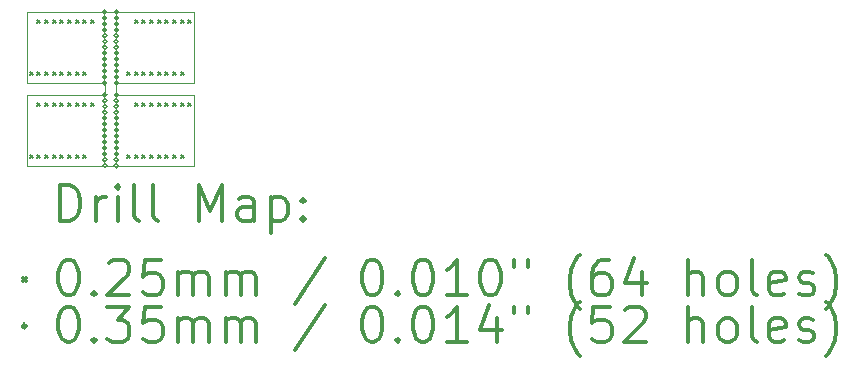
<source format=gbr>
%FSLAX45Y45*%
G04 Gerber Fmt 4.5, Leading zero omitted, Abs format (unit mm)*
G04 Created by KiCad (PCBNEW 5.1.5) date 2020-05-28 11:22:00*
%MOMM*%
%LPD*%
G04 APERTURE LIST*
%TA.AperFunction,Profile*%
%ADD10C,0.050000*%
%TD*%
%ADD11C,0.200000*%
%ADD12C,0.300000*%
G04 APERTURE END LIST*
D10*
X2600000Y-3300000D02*
X2500000Y-3300000D01*
X2600000Y-2600000D02*
X2600000Y-2700000D01*
X2500000Y-2600000D02*
X2500000Y-2700000D01*
X2500000Y-2000000D02*
X2600000Y-2000000D01*
X2500000Y-2600000D02*
X1840000Y-2600000D01*
X1840000Y-2000000D02*
X2500000Y-2000000D01*
X1840000Y-2600000D02*
X1840000Y-2000000D01*
X1840000Y-2700000D02*
X2500000Y-2700000D01*
X2500000Y-3300000D02*
X1840000Y-3300000D01*
X1840000Y-3300000D02*
X1840000Y-2700000D01*
X3260000Y-3300000D02*
X2600000Y-3300000D01*
X3260000Y-2700000D02*
X3260000Y-3300000D01*
X2600000Y-2700000D02*
X3260000Y-2700000D01*
X3260000Y-2600000D02*
X2600000Y-2600000D01*
X3260000Y-2000000D02*
X3260000Y-2600000D01*
X2600000Y-2000000D02*
X3260000Y-2000000D01*
D11*
X2754300Y-3207300D02*
X2779700Y-3232700D01*
X2779700Y-3207300D02*
X2754300Y-3232700D01*
X2125300Y-2067300D02*
X2150700Y-2092700D01*
X2150700Y-2067300D02*
X2125300Y-2092700D01*
X2255300Y-2067300D02*
X2280700Y-2092700D01*
X2280700Y-2067300D02*
X2255300Y-2092700D01*
X3079300Y-2767300D02*
X3104700Y-2792700D01*
X3104700Y-2767300D02*
X3079300Y-2792700D01*
X3014300Y-2767300D02*
X3039700Y-2792700D01*
X3039700Y-2767300D02*
X3014300Y-2792700D01*
X3209300Y-2767300D02*
X3234700Y-2792700D01*
X3234700Y-2767300D02*
X3209300Y-2792700D01*
X1930300Y-2767300D02*
X1955700Y-2792700D01*
X1955700Y-2767300D02*
X1930300Y-2792700D01*
X2819300Y-2767300D02*
X2844700Y-2792700D01*
X2844700Y-2767300D02*
X2819300Y-2792700D01*
X2060300Y-3207300D02*
X2085700Y-3232700D01*
X2085700Y-3207300D02*
X2060300Y-3232700D01*
X2190300Y-3207300D02*
X2215700Y-3232700D01*
X2215700Y-3207300D02*
X2190300Y-3232700D01*
X2754300Y-2507300D02*
X2779700Y-2532700D01*
X2779700Y-2507300D02*
X2754300Y-2532700D01*
X2949300Y-2067300D02*
X2974700Y-2092700D01*
X2974700Y-2067300D02*
X2949300Y-2092700D01*
X3079300Y-3207300D02*
X3104700Y-3232700D01*
X3104700Y-3207300D02*
X3079300Y-3232700D01*
X2190300Y-2067300D02*
X2215700Y-2092700D01*
X2215700Y-2067300D02*
X2190300Y-2092700D01*
X2884300Y-3207300D02*
X2909700Y-3232700D01*
X2909700Y-3207300D02*
X2884300Y-3232700D01*
X3144300Y-3207300D02*
X3169700Y-3232700D01*
X3169700Y-3207300D02*
X3144300Y-3232700D01*
X2255300Y-2767300D02*
X2280700Y-2792700D01*
X2280700Y-2767300D02*
X2255300Y-2792700D01*
X2060300Y-2067300D02*
X2085700Y-2092700D01*
X2085700Y-2067300D02*
X2060300Y-2092700D01*
X1930300Y-2067300D02*
X1955700Y-2092700D01*
X1955700Y-2067300D02*
X1930300Y-2092700D01*
X2689300Y-2507300D02*
X2714700Y-2532700D01*
X2714700Y-2507300D02*
X2689300Y-2532700D01*
X2060300Y-2767300D02*
X2085700Y-2792700D01*
X2085700Y-2767300D02*
X2060300Y-2792700D01*
X1995300Y-3207300D02*
X2020700Y-3232700D01*
X2020700Y-3207300D02*
X1995300Y-3232700D01*
X3144300Y-2767300D02*
X3169700Y-2792700D01*
X3169700Y-2767300D02*
X3144300Y-2792700D01*
X1865300Y-2507300D02*
X1890700Y-2532700D01*
X1890700Y-2507300D02*
X1865300Y-2532700D01*
X2255300Y-3207300D02*
X2280700Y-3232700D01*
X2280700Y-3207300D02*
X2255300Y-3232700D01*
X2949300Y-2767300D02*
X2974700Y-2792700D01*
X2974700Y-2767300D02*
X2949300Y-2792700D01*
X3079300Y-2067300D02*
X3104700Y-2092700D01*
X3104700Y-2067300D02*
X3079300Y-2092700D01*
X2754300Y-2067300D02*
X2779700Y-2092700D01*
X2779700Y-2067300D02*
X2754300Y-2092700D01*
X2689300Y-3207300D02*
X2714700Y-3232700D01*
X2714700Y-3207300D02*
X2689300Y-3232700D01*
X2819300Y-2067300D02*
X2844700Y-2092700D01*
X2844700Y-2067300D02*
X2819300Y-2092700D01*
X1930300Y-2507300D02*
X1955700Y-2532700D01*
X1955700Y-2507300D02*
X1930300Y-2532700D01*
X3144300Y-2507300D02*
X3169700Y-2532700D01*
X3169700Y-2507300D02*
X3144300Y-2532700D01*
X1995300Y-2507300D02*
X2020700Y-2532700D01*
X2020700Y-2507300D02*
X1995300Y-2532700D01*
X3014300Y-2507300D02*
X3039700Y-2532700D01*
X3039700Y-2507300D02*
X3014300Y-2532700D01*
X2320300Y-3207300D02*
X2345700Y-3232700D01*
X2345700Y-3207300D02*
X2320300Y-3232700D01*
X2819300Y-2507300D02*
X2844700Y-2532700D01*
X2844700Y-2507300D02*
X2819300Y-2532700D01*
X2060300Y-2507300D02*
X2085700Y-2532700D01*
X2085700Y-2507300D02*
X2060300Y-2532700D01*
X2190300Y-2507300D02*
X2215700Y-2532700D01*
X2215700Y-2507300D02*
X2190300Y-2532700D01*
X1865300Y-3207300D02*
X1890700Y-3232700D01*
X1890700Y-3207300D02*
X1865300Y-3232700D01*
X2385300Y-2767300D02*
X2410700Y-2792700D01*
X2410700Y-2767300D02*
X2385300Y-2792700D01*
X2819300Y-3207300D02*
X2844700Y-3232700D01*
X2844700Y-3207300D02*
X2819300Y-3232700D01*
X2125300Y-3207300D02*
X2150700Y-3232700D01*
X2150700Y-3207300D02*
X2125300Y-3232700D01*
X3209300Y-2067300D02*
X3234700Y-2092700D01*
X3234700Y-2067300D02*
X3209300Y-2092700D01*
X2754300Y-2767300D02*
X2779700Y-2792700D01*
X2779700Y-2767300D02*
X2754300Y-2792700D01*
X2320300Y-2067300D02*
X2345700Y-2092700D01*
X2345700Y-2067300D02*
X2320300Y-2092700D01*
X2385300Y-2067300D02*
X2410700Y-2092700D01*
X2410700Y-2067300D02*
X2385300Y-2092700D01*
X2949300Y-2507300D02*
X2974700Y-2532700D01*
X2974700Y-2507300D02*
X2949300Y-2532700D01*
X2255300Y-2507300D02*
X2280700Y-2532700D01*
X2280700Y-2507300D02*
X2255300Y-2532700D01*
X1930300Y-3207300D02*
X1955700Y-3232700D01*
X1955700Y-3207300D02*
X1930300Y-3232700D01*
X2125300Y-2767300D02*
X2150700Y-2792700D01*
X2150700Y-2767300D02*
X2125300Y-2792700D01*
X2320300Y-2767300D02*
X2345700Y-2792700D01*
X2345700Y-2767300D02*
X2320300Y-2792700D01*
X1995300Y-2767300D02*
X2020700Y-2792700D01*
X2020700Y-2767300D02*
X1995300Y-2792700D01*
X2125300Y-2507300D02*
X2150700Y-2532700D01*
X2150700Y-2507300D02*
X2125300Y-2532700D01*
X1995300Y-2067300D02*
X2020700Y-2092700D01*
X2020700Y-2067300D02*
X1995300Y-2092700D01*
X3014300Y-2067300D02*
X3039700Y-2092700D01*
X3039700Y-2067300D02*
X3014300Y-2092700D01*
X2884300Y-2067300D02*
X2909700Y-2092700D01*
X2909700Y-2067300D02*
X2884300Y-2092700D01*
X2320300Y-2507300D02*
X2345700Y-2532700D01*
X2345700Y-2507300D02*
X2320300Y-2532700D01*
X2884300Y-2767300D02*
X2909700Y-2792700D01*
X2909700Y-2767300D02*
X2884300Y-2792700D01*
X3079300Y-2507300D02*
X3104700Y-2532700D01*
X3104700Y-2507300D02*
X3079300Y-2532700D01*
X3014300Y-3207300D02*
X3039700Y-3232700D01*
X3039700Y-3207300D02*
X3014300Y-3232700D01*
X3144300Y-2067300D02*
X3169700Y-2092700D01*
X3169700Y-2067300D02*
X3144300Y-2092700D01*
X2949300Y-3207300D02*
X2974700Y-3232700D01*
X2974700Y-3207300D02*
X2949300Y-3232700D01*
X2190300Y-2767300D02*
X2215700Y-2792700D01*
X2215700Y-2767300D02*
X2190300Y-2792700D01*
X2884300Y-2507300D02*
X2909700Y-2532700D01*
X2909700Y-2507300D02*
X2884300Y-2532700D01*
X2517500Y-2000000D02*
G75*
G03X2517500Y-2000000I-17500J0D01*
G01*
X2517500Y-2050000D02*
G75*
G03X2517500Y-2050000I-17500J0D01*
G01*
X2517500Y-2100000D02*
G75*
G03X2517500Y-2100000I-17500J0D01*
G01*
X2517500Y-2150000D02*
G75*
G03X2517500Y-2150000I-17500J0D01*
G01*
X2517500Y-2200000D02*
G75*
G03X2517500Y-2200000I-17500J0D01*
G01*
X2517500Y-2250000D02*
G75*
G03X2517500Y-2250000I-17500J0D01*
G01*
X2517500Y-2300000D02*
G75*
G03X2517500Y-2300000I-17500J0D01*
G01*
X2517500Y-2350000D02*
G75*
G03X2517500Y-2350000I-17500J0D01*
G01*
X2517500Y-2400000D02*
G75*
G03X2517500Y-2400000I-17500J0D01*
G01*
X2517500Y-2450000D02*
G75*
G03X2517500Y-2450000I-17500J0D01*
G01*
X2517500Y-2500000D02*
G75*
G03X2517500Y-2500000I-17500J0D01*
G01*
X2517500Y-2550000D02*
G75*
G03X2517500Y-2550000I-17500J0D01*
G01*
X2517500Y-2600000D02*
G75*
G03X2517500Y-2600000I-17500J0D01*
G01*
X2517500Y-2700000D02*
G75*
G03X2517500Y-2700000I-17500J0D01*
G01*
X2517500Y-2750000D02*
G75*
G03X2517500Y-2750000I-17500J0D01*
G01*
X2517500Y-2800000D02*
G75*
G03X2517500Y-2800000I-17500J0D01*
G01*
X2517500Y-2850000D02*
G75*
G03X2517500Y-2850000I-17500J0D01*
G01*
X2517500Y-2900000D02*
G75*
G03X2517500Y-2900000I-17500J0D01*
G01*
X2517500Y-2950000D02*
G75*
G03X2517500Y-2950000I-17500J0D01*
G01*
X2517500Y-3000000D02*
G75*
G03X2517500Y-3000000I-17500J0D01*
G01*
X2517500Y-3050000D02*
G75*
G03X2517500Y-3050000I-17500J0D01*
G01*
X2517500Y-3100000D02*
G75*
G03X2517500Y-3100000I-17500J0D01*
G01*
X2517500Y-3150000D02*
G75*
G03X2517500Y-3150000I-17500J0D01*
G01*
X2517500Y-3200000D02*
G75*
G03X2517500Y-3200000I-17500J0D01*
G01*
X2517500Y-3250000D02*
G75*
G03X2517500Y-3250000I-17500J0D01*
G01*
X2517500Y-3300000D02*
G75*
G03X2517500Y-3300000I-17500J0D01*
G01*
X2617500Y-2000000D02*
G75*
G03X2617500Y-2000000I-17500J0D01*
G01*
X2617500Y-2050000D02*
G75*
G03X2617500Y-2050000I-17500J0D01*
G01*
X2617500Y-2100000D02*
G75*
G03X2617500Y-2100000I-17500J0D01*
G01*
X2617500Y-2150000D02*
G75*
G03X2617500Y-2150000I-17500J0D01*
G01*
X2617500Y-2200000D02*
G75*
G03X2617500Y-2200000I-17500J0D01*
G01*
X2617500Y-2250000D02*
G75*
G03X2617500Y-2250000I-17500J0D01*
G01*
X2617500Y-2300000D02*
G75*
G03X2617500Y-2300000I-17500J0D01*
G01*
X2617500Y-2350000D02*
G75*
G03X2617500Y-2350000I-17500J0D01*
G01*
X2617500Y-2400000D02*
G75*
G03X2617500Y-2400000I-17500J0D01*
G01*
X2617500Y-2450000D02*
G75*
G03X2617500Y-2450000I-17500J0D01*
G01*
X2617500Y-2500000D02*
G75*
G03X2617500Y-2500000I-17500J0D01*
G01*
X2617500Y-2550000D02*
G75*
G03X2617500Y-2550000I-17500J0D01*
G01*
X2617500Y-2600000D02*
G75*
G03X2617500Y-2600000I-17500J0D01*
G01*
X2617500Y-2700000D02*
G75*
G03X2617500Y-2700000I-17500J0D01*
G01*
X2617500Y-2750000D02*
G75*
G03X2617500Y-2750000I-17500J0D01*
G01*
X2617500Y-2800000D02*
G75*
G03X2617500Y-2800000I-17500J0D01*
G01*
X2617500Y-2850000D02*
G75*
G03X2617500Y-2850000I-17500J0D01*
G01*
X2617500Y-2900000D02*
G75*
G03X2617500Y-2900000I-17500J0D01*
G01*
X2617500Y-2950000D02*
G75*
G03X2617500Y-2950000I-17500J0D01*
G01*
X2617500Y-3000000D02*
G75*
G03X2617500Y-3000000I-17500J0D01*
G01*
X2617500Y-3050000D02*
G75*
G03X2617500Y-3050000I-17500J0D01*
G01*
X2617500Y-3100000D02*
G75*
G03X2617500Y-3100000I-17500J0D01*
G01*
X2617500Y-3150000D02*
G75*
G03X2617500Y-3150000I-17500J0D01*
G01*
X2617500Y-3200000D02*
G75*
G03X2617500Y-3200000I-17500J0D01*
G01*
X2617500Y-3250000D02*
G75*
G03X2617500Y-3250000I-17500J0D01*
G01*
X2617500Y-3300000D02*
G75*
G03X2617500Y-3300000I-17500J0D01*
G01*
D12*
X2123928Y-3768214D02*
X2123928Y-3468214D01*
X2195357Y-3468214D01*
X2238214Y-3482500D01*
X2266786Y-3511071D01*
X2281071Y-3539643D01*
X2295357Y-3596786D01*
X2295357Y-3639643D01*
X2281071Y-3696786D01*
X2266786Y-3725357D01*
X2238214Y-3753929D01*
X2195357Y-3768214D01*
X2123928Y-3768214D01*
X2423928Y-3768214D02*
X2423928Y-3568214D01*
X2423928Y-3625357D02*
X2438214Y-3596786D01*
X2452500Y-3582500D01*
X2481071Y-3568214D01*
X2509643Y-3568214D01*
X2609643Y-3768214D02*
X2609643Y-3568214D01*
X2609643Y-3468214D02*
X2595357Y-3482500D01*
X2609643Y-3496786D01*
X2623928Y-3482500D01*
X2609643Y-3468214D01*
X2609643Y-3496786D01*
X2795357Y-3768214D02*
X2766786Y-3753929D01*
X2752500Y-3725357D01*
X2752500Y-3468214D01*
X2952500Y-3768214D02*
X2923928Y-3753929D01*
X2909643Y-3725357D01*
X2909643Y-3468214D01*
X3295357Y-3768214D02*
X3295357Y-3468214D01*
X3395357Y-3682500D01*
X3495357Y-3468214D01*
X3495357Y-3768214D01*
X3766786Y-3768214D02*
X3766786Y-3611071D01*
X3752500Y-3582500D01*
X3723928Y-3568214D01*
X3666786Y-3568214D01*
X3638214Y-3582500D01*
X3766786Y-3753929D02*
X3738214Y-3768214D01*
X3666786Y-3768214D01*
X3638214Y-3753929D01*
X3623928Y-3725357D01*
X3623928Y-3696786D01*
X3638214Y-3668214D01*
X3666786Y-3653929D01*
X3738214Y-3653929D01*
X3766786Y-3639643D01*
X3909643Y-3568214D02*
X3909643Y-3868214D01*
X3909643Y-3582500D02*
X3938214Y-3568214D01*
X3995357Y-3568214D01*
X4023928Y-3582500D01*
X4038214Y-3596786D01*
X4052500Y-3625357D01*
X4052500Y-3711071D01*
X4038214Y-3739643D01*
X4023928Y-3753929D01*
X3995357Y-3768214D01*
X3938214Y-3768214D01*
X3909643Y-3753929D01*
X4181071Y-3739643D02*
X4195357Y-3753929D01*
X4181071Y-3768214D01*
X4166786Y-3753929D01*
X4181071Y-3739643D01*
X4181071Y-3768214D01*
X4181071Y-3582500D02*
X4195357Y-3596786D01*
X4181071Y-3611071D01*
X4166786Y-3596786D01*
X4181071Y-3582500D01*
X4181071Y-3611071D01*
X1812100Y-4249800D02*
X1837500Y-4275200D01*
X1837500Y-4249800D02*
X1812100Y-4275200D01*
X2181071Y-4098214D02*
X2209643Y-4098214D01*
X2238214Y-4112500D01*
X2252500Y-4126786D01*
X2266786Y-4155357D01*
X2281071Y-4212500D01*
X2281071Y-4283929D01*
X2266786Y-4341072D01*
X2252500Y-4369643D01*
X2238214Y-4383929D01*
X2209643Y-4398214D01*
X2181071Y-4398214D01*
X2152500Y-4383929D01*
X2138214Y-4369643D01*
X2123928Y-4341072D01*
X2109643Y-4283929D01*
X2109643Y-4212500D01*
X2123928Y-4155357D01*
X2138214Y-4126786D01*
X2152500Y-4112500D01*
X2181071Y-4098214D01*
X2409643Y-4369643D02*
X2423928Y-4383929D01*
X2409643Y-4398214D01*
X2395357Y-4383929D01*
X2409643Y-4369643D01*
X2409643Y-4398214D01*
X2538214Y-4126786D02*
X2552500Y-4112500D01*
X2581071Y-4098214D01*
X2652500Y-4098214D01*
X2681071Y-4112500D01*
X2695357Y-4126786D01*
X2709643Y-4155357D01*
X2709643Y-4183929D01*
X2695357Y-4226786D01*
X2523928Y-4398214D01*
X2709643Y-4398214D01*
X2981071Y-4098214D02*
X2838214Y-4098214D01*
X2823928Y-4241072D01*
X2838214Y-4226786D01*
X2866786Y-4212500D01*
X2938214Y-4212500D01*
X2966786Y-4226786D01*
X2981071Y-4241072D01*
X2995357Y-4269643D01*
X2995357Y-4341072D01*
X2981071Y-4369643D01*
X2966786Y-4383929D01*
X2938214Y-4398214D01*
X2866786Y-4398214D01*
X2838214Y-4383929D01*
X2823928Y-4369643D01*
X3123928Y-4398214D02*
X3123928Y-4198214D01*
X3123928Y-4226786D02*
X3138214Y-4212500D01*
X3166786Y-4198214D01*
X3209643Y-4198214D01*
X3238214Y-4212500D01*
X3252500Y-4241072D01*
X3252500Y-4398214D01*
X3252500Y-4241072D02*
X3266786Y-4212500D01*
X3295357Y-4198214D01*
X3338214Y-4198214D01*
X3366786Y-4212500D01*
X3381071Y-4241072D01*
X3381071Y-4398214D01*
X3523928Y-4398214D02*
X3523928Y-4198214D01*
X3523928Y-4226786D02*
X3538214Y-4212500D01*
X3566786Y-4198214D01*
X3609643Y-4198214D01*
X3638214Y-4212500D01*
X3652500Y-4241072D01*
X3652500Y-4398214D01*
X3652500Y-4241072D02*
X3666786Y-4212500D01*
X3695357Y-4198214D01*
X3738214Y-4198214D01*
X3766786Y-4212500D01*
X3781071Y-4241072D01*
X3781071Y-4398214D01*
X4366786Y-4083929D02*
X4109643Y-4469643D01*
X4752500Y-4098214D02*
X4781071Y-4098214D01*
X4809643Y-4112500D01*
X4823928Y-4126786D01*
X4838214Y-4155357D01*
X4852500Y-4212500D01*
X4852500Y-4283929D01*
X4838214Y-4341072D01*
X4823928Y-4369643D01*
X4809643Y-4383929D01*
X4781071Y-4398214D01*
X4752500Y-4398214D01*
X4723928Y-4383929D01*
X4709643Y-4369643D01*
X4695357Y-4341072D01*
X4681071Y-4283929D01*
X4681071Y-4212500D01*
X4695357Y-4155357D01*
X4709643Y-4126786D01*
X4723928Y-4112500D01*
X4752500Y-4098214D01*
X4981071Y-4369643D02*
X4995357Y-4383929D01*
X4981071Y-4398214D01*
X4966786Y-4383929D01*
X4981071Y-4369643D01*
X4981071Y-4398214D01*
X5181071Y-4098214D02*
X5209643Y-4098214D01*
X5238214Y-4112500D01*
X5252500Y-4126786D01*
X5266786Y-4155357D01*
X5281071Y-4212500D01*
X5281071Y-4283929D01*
X5266786Y-4341072D01*
X5252500Y-4369643D01*
X5238214Y-4383929D01*
X5209643Y-4398214D01*
X5181071Y-4398214D01*
X5152500Y-4383929D01*
X5138214Y-4369643D01*
X5123928Y-4341072D01*
X5109643Y-4283929D01*
X5109643Y-4212500D01*
X5123928Y-4155357D01*
X5138214Y-4126786D01*
X5152500Y-4112500D01*
X5181071Y-4098214D01*
X5566786Y-4398214D02*
X5395357Y-4398214D01*
X5481071Y-4398214D02*
X5481071Y-4098214D01*
X5452500Y-4141071D01*
X5423928Y-4169643D01*
X5395357Y-4183929D01*
X5752500Y-4098214D02*
X5781071Y-4098214D01*
X5809643Y-4112500D01*
X5823928Y-4126786D01*
X5838214Y-4155357D01*
X5852500Y-4212500D01*
X5852500Y-4283929D01*
X5838214Y-4341072D01*
X5823928Y-4369643D01*
X5809643Y-4383929D01*
X5781071Y-4398214D01*
X5752500Y-4398214D01*
X5723928Y-4383929D01*
X5709643Y-4369643D01*
X5695357Y-4341072D01*
X5681071Y-4283929D01*
X5681071Y-4212500D01*
X5695357Y-4155357D01*
X5709643Y-4126786D01*
X5723928Y-4112500D01*
X5752500Y-4098214D01*
X5966786Y-4098214D02*
X5966786Y-4155357D01*
X6081071Y-4098214D02*
X6081071Y-4155357D01*
X6523928Y-4512500D02*
X6509643Y-4498214D01*
X6481071Y-4455357D01*
X6466786Y-4426786D01*
X6452500Y-4383929D01*
X6438214Y-4312500D01*
X6438214Y-4255357D01*
X6452500Y-4183929D01*
X6466786Y-4141071D01*
X6481071Y-4112500D01*
X6509643Y-4069643D01*
X6523928Y-4055357D01*
X6766786Y-4098214D02*
X6709643Y-4098214D01*
X6681071Y-4112500D01*
X6666786Y-4126786D01*
X6638214Y-4169643D01*
X6623928Y-4226786D01*
X6623928Y-4341072D01*
X6638214Y-4369643D01*
X6652500Y-4383929D01*
X6681071Y-4398214D01*
X6738214Y-4398214D01*
X6766786Y-4383929D01*
X6781071Y-4369643D01*
X6795357Y-4341072D01*
X6795357Y-4269643D01*
X6781071Y-4241072D01*
X6766786Y-4226786D01*
X6738214Y-4212500D01*
X6681071Y-4212500D01*
X6652500Y-4226786D01*
X6638214Y-4241072D01*
X6623928Y-4269643D01*
X7052500Y-4198214D02*
X7052500Y-4398214D01*
X6981071Y-4083929D02*
X6909643Y-4298214D01*
X7095357Y-4298214D01*
X7438214Y-4398214D02*
X7438214Y-4098214D01*
X7566786Y-4398214D02*
X7566786Y-4241072D01*
X7552500Y-4212500D01*
X7523928Y-4198214D01*
X7481071Y-4198214D01*
X7452500Y-4212500D01*
X7438214Y-4226786D01*
X7752500Y-4398214D02*
X7723928Y-4383929D01*
X7709643Y-4369643D01*
X7695357Y-4341072D01*
X7695357Y-4255357D01*
X7709643Y-4226786D01*
X7723928Y-4212500D01*
X7752500Y-4198214D01*
X7795357Y-4198214D01*
X7823928Y-4212500D01*
X7838214Y-4226786D01*
X7852500Y-4255357D01*
X7852500Y-4341072D01*
X7838214Y-4369643D01*
X7823928Y-4383929D01*
X7795357Y-4398214D01*
X7752500Y-4398214D01*
X8023928Y-4398214D02*
X7995357Y-4383929D01*
X7981071Y-4355357D01*
X7981071Y-4098214D01*
X8252500Y-4383929D02*
X8223928Y-4398214D01*
X8166786Y-4398214D01*
X8138214Y-4383929D01*
X8123928Y-4355357D01*
X8123928Y-4241072D01*
X8138214Y-4212500D01*
X8166786Y-4198214D01*
X8223928Y-4198214D01*
X8252500Y-4212500D01*
X8266786Y-4241072D01*
X8266786Y-4269643D01*
X8123928Y-4298214D01*
X8381071Y-4383929D02*
X8409643Y-4398214D01*
X8466786Y-4398214D01*
X8495357Y-4383929D01*
X8509643Y-4355357D01*
X8509643Y-4341072D01*
X8495357Y-4312500D01*
X8466786Y-4298214D01*
X8423928Y-4298214D01*
X8395357Y-4283929D01*
X8381071Y-4255357D01*
X8381071Y-4241072D01*
X8395357Y-4212500D01*
X8423928Y-4198214D01*
X8466786Y-4198214D01*
X8495357Y-4212500D01*
X8609643Y-4512500D02*
X8623928Y-4498214D01*
X8652500Y-4455357D01*
X8666786Y-4426786D01*
X8681071Y-4383929D01*
X8695357Y-4312500D01*
X8695357Y-4255357D01*
X8681071Y-4183929D01*
X8666786Y-4141071D01*
X8652500Y-4112500D01*
X8623928Y-4069643D01*
X8609643Y-4055357D01*
X1837500Y-4658500D02*
G75*
G03X1837500Y-4658500I-17500J0D01*
G01*
X2181071Y-4494214D02*
X2209643Y-4494214D01*
X2238214Y-4508500D01*
X2252500Y-4522786D01*
X2266786Y-4551357D01*
X2281071Y-4608500D01*
X2281071Y-4679929D01*
X2266786Y-4737072D01*
X2252500Y-4765643D01*
X2238214Y-4779929D01*
X2209643Y-4794214D01*
X2181071Y-4794214D01*
X2152500Y-4779929D01*
X2138214Y-4765643D01*
X2123928Y-4737072D01*
X2109643Y-4679929D01*
X2109643Y-4608500D01*
X2123928Y-4551357D01*
X2138214Y-4522786D01*
X2152500Y-4508500D01*
X2181071Y-4494214D01*
X2409643Y-4765643D02*
X2423928Y-4779929D01*
X2409643Y-4794214D01*
X2395357Y-4779929D01*
X2409643Y-4765643D01*
X2409643Y-4794214D01*
X2523928Y-4494214D02*
X2709643Y-4494214D01*
X2609643Y-4608500D01*
X2652500Y-4608500D01*
X2681071Y-4622786D01*
X2695357Y-4637072D01*
X2709643Y-4665643D01*
X2709643Y-4737072D01*
X2695357Y-4765643D01*
X2681071Y-4779929D01*
X2652500Y-4794214D01*
X2566786Y-4794214D01*
X2538214Y-4779929D01*
X2523928Y-4765643D01*
X2981071Y-4494214D02*
X2838214Y-4494214D01*
X2823928Y-4637072D01*
X2838214Y-4622786D01*
X2866786Y-4608500D01*
X2938214Y-4608500D01*
X2966786Y-4622786D01*
X2981071Y-4637072D01*
X2995357Y-4665643D01*
X2995357Y-4737072D01*
X2981071Y-4765643D01*
X2966786Y-4779929D01*
X2938214Y-4794214D01*
X2866786Y-4794214D01*
X2838214Y-4779929D01*
X2823928Y-4765643D01*
X3123928Y-4794214D02*
X3123928Y-4594214D01*
X3123928Y-4622786D02*
X3138214Y-4608500D01*
X3166786Y-4594214D01*
X3209643Y-4594214D01*
X3238214Y-4608500D01*
X3252500Y-4637072D01*
X3252500Y-4794214D01*
X3252500Y-4637072D02*
X3266786Y-4608500D01*
X3295357Y-4594214D01*
X3338214Y-4594214D01*
X3366786Y-4608500D01*
X3381071Y-4637072D01*
X3381071Y-4794214D01*
X3523928Y-4794214D02*
X3523928Y-4594214D01*
X3523928Y-4622786D02*
X3538214Y-4608500D01*
X3566786Y-4594214D01*
X3609643Y-4594214D01*
X3638214Y-4608500D01*
X3652500Y-4637072D01*
X3652500Y-4794214D01*
X3652500Y-4637072D02*
X3666786Y-4608500D01*
X3695357Y-4594214D01*
X3738214Y-4594214D01*
X3766786Y-4608500D01*
X3781071Y-4637072D01*
X3781071Y-4794214D01*
X4366786Y-4479929D02*
X4109643Y-4865643D01*
X4752500Y-4494214D02*
X4781071Y-4494214D01*
X4809643Y-4508500D01*
X4823928Y-4522786D01*
X4838214Y-4551357D01*
X4852500Y-4608500D01*
X4852500Y-4679929D01*
X4838214Y-4737072D01*
X4823928Y-4765643D01*
X4809643Y-4779929D01*
X4781071Y-4794214D01*
X4752500Y-4794214D01*
X4723928Y-4779929D01*
X4709643Y-4765643D01*
X4695357Y-4737072D01*
X4681071Y-4679929D01*
X4681071Y-4608500D01*
X4695357Y-4551357D01*
X4709643Y-4522786D01*
X4723928Y-4508500D01*
X4752500Y-4494214D01*
X4981071Y-4765643D02*
X4995357Y-4779929D01*
X4981071Y-4794214D01*
X4966786Y-4779929D01*
X4981071Y-4765643D01*
X4981071Y-4794214D01*
X5181071Y-4494214D02*
X5209643Y-4494214D01*
X5238214Y-4508500D01*
X5252500Y-4522786D01*
X5266786Y-4551357D01*
X5281071Y-4608500D01*
X5281071Y-4679929D01*
X5266786Y-4737072D01*
X5252500Y-4765643D01*
X5238214Y-4779929D01*
X5209643Y-4794214D01*
X5181071Y-4794214D01*
X5152500Y-4779929D01*
X5138214Y-4765643D01*
X5123928Y-4737072D01*
X5109643Y-4679929D01*
X5109643Y-4608500D01*
X5123928Y-4551357D01*
X5138214Y-4522786D01*
X5152500Y-4508500D01*
X5181071Y-4494214D01*
X5566786Y-4794214D02*
X5395357Y-4794214D01*
X5481071Y-4794214D02*
X5481071Y-4494214D01*
X5452500Y-4537072D01*
X5423928Y-4565643D01*
X5395357Y-4579929D01*
X5823928Y-4594214D02*
X5823928Y-4794214D01*
X5752500Y-4479929D02*
X5681071Y-4694214D01*
X5866786Y-4694214D01*
X5966786Y-4494214D02*
X5966786Y-4551357D01*
X6081071Y-4494214D02*
X6081071Y-4551357D01*
X6523928Y-4908500D02*
X6509643Y-4894214D01*
X6481071Y-4851357D01*
X6466786Y-4822786D01*
X6452500Y-4779929D01*
X6438214Y-4708500D01*
X6438214Y-4651357D01*
X6452500Y-4579929D01*
X6466786Y-4537072D01*
X6481071Y-4508500D01*
X6509643Y-4465643D01*
X6523928Y-4451357D01*
X6781071Y-4494214D02*
X6638214Y-4494214D01*
X6623928Y-4637072D01*
X6638214Y-4622786D01*
X6666786Y-4608500D01*
X6738214Y-4608500D01*
X6766786Y-4622786D01*
X6781071Y-4637072D01*
X6795357Y-4665643D01*
X6795357Y-4737072D01*
X6781071Y-4765643D01*
X6766786Y-4779929D01*
X6738214Y-4794214D01*
X6666786Y-4794214D01*
X6638214Y-4779929D01*
X6623928Y-4765643D01*
X6909643Y-4522786D02*
X6923928Y-4508500D01*
X6952500Y-4494214D01*
X7023928Y-4494214D01*
X7052500Y-4508500D01*
X7066786Y-4522786D01*
X7081071Y-4551357D01*
X7081071Y-4579929D01*
X7066786Y-4622786D01*
X6895357Y-4794214D01*
X7081071Y-4794214D01*
X7438214Y-4794214D02*
X7438214Y-4494214D01*
X7566786Y-4794214D02*
X7566786Y-4637072D01*
X7552500Y-4608500D01*
X7523928Y-4594214D01*
X7481071Y-4594214D01*
X7452500Y-4608500D01*
X7438214Y-4622786D01*
X7752500Y-4794214D02*
X7723928Y-4779929D01*
X7709643Y-4765643D01*
X7695357Y-4737072D01*
X7695357Y-4651357D01*
X7709643Y-4622786D01*
X7723928Y-4608500D01*
X7752500Y-4594214D01*
X7795357Y-4594214D01*
X7823928Y-4608500D01*
X7838214Y-4622786D01*
X7852500Y-4651357D01*
X7852500Y-4737072D01*
X7838214Y-4765643D01*
X7823928Y-4779929D01*
X7795357Y-4794214D01*
X7752500Y-4794214D01*
X8023928Y-4794214D02*
X7995357Y-4779929D01*
X7981071Y-4751357D01*
X7981071Y-4494214D01*
X8252500Y-4779929D02*
X8223928Y-4794214D01*
X8166786Y-4794214D01*
X8138214Y-4779929D01*
X8123928Y-4751357D01*
X8123928Y-4637072D01*
X8138214Y-4608500D01*
X8166786Y-4594214D01*
X8223928Y-4594214D01*
X8252500Y-4608500D01*
X8266786Y-4637072D01*
X8266786Y-4665643D01*
X8123928Y-4694214D01*
X8381071Y-4779929D02*
X8409643Y-4794214D01*
X8466786Y-4794214D01*
X8495357Y-4779929D01*
X8509643Y-4751357D01*
X8509643Y-4737072D01*
X8495357Y-4708500D01*
X8466786Y-4694214D01*
X8423928Y-4694214D01*
X8395357Y-4679929D01*
X8381071Y-4651357D01*
X8381071Y-4637072D01*
X8395357Y-4608500D01*
X8423928Y-4594214D01*
X8466786Y-4594214D01*
X8495357Y-4608500D01*
X8609643Y-4908500D02*
X8623928Y-4894214D01*
X8652500Y-4851357D01*
X8666786Y-4822786D01*
X8681071Y-4779929D01*
X8695357Y-4708500D01*
X8695357Y-4651357D01*
X8681071Y-4579929D01*
X8666786Y-4537072D01*
X8652500Y-4508500D01*
X8623928Y-4465643D01*
X8609643Y-4451357D01*
M02*

</source>
